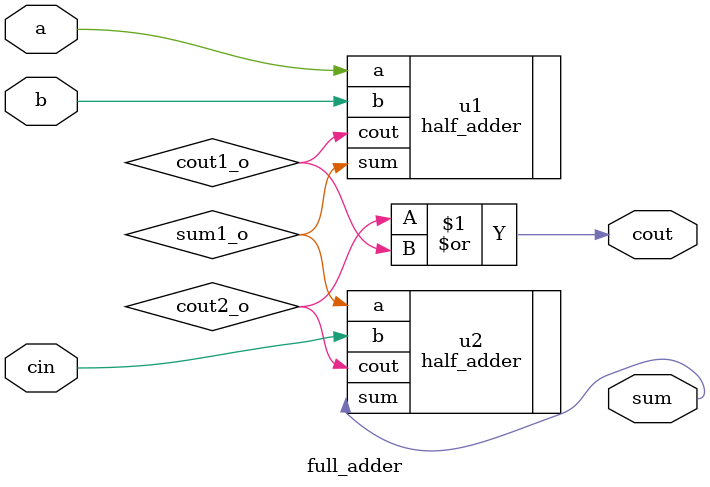
<source format=v>
`timescale 1ns / 1ps


module full_adder(
    input wire a, b, cin,
    output wire sum, cout
    );

wire cout1_o, cout2_o, sum1_o;
half_adder u1(.a(a), .b(b), .cout(cout1_o), .sum(sum1_o));
half_adder u2(.a(sum1_o), .b(cin), .cout(cout2_o), .sum(sum));
or u3 (cout, cout2_o, cout1_o);

endmodule

</source>
